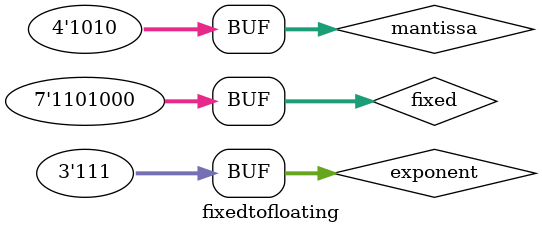
<source format=v>
module fixedtofloating;
reg [6:0] fixed;
reg [3:0] mantissa;
reg [2:0] exponent;
always @ (*) begin
if (fixed[5] != fixed[6]) begin
mantissa[3:0] = {fixed[6],fixed[5],fixed[4],fixed[3]};
exponent[2:0] = 3'b000;
end else if (fixed[4] != fixed[6]) begin
mantissa[3:0] = {fixed[5],fixed[4],fixed[3],fixed[2]};
exponent[2:0] = 3'b111;
end else if (fixed[3] != fixed[6]) begin
mantissa[3:0] = {fixed[4],fixed[3],fixed[2],fixed[1]};
exponent[2:0] = 3'b110;
end else if (fixed[2] != fixed[6]) begin
mantissa[3:0] = {fixed[3],fixed[2],fixed[1],fixed[0]};
exponent[2:0] = 3'b101;
end else begin
mantissa[3:0] = {fixed[2],fixed[1],fixed[0],1'b0};
exponent[2:0] = 3'b100;
end
end

initial 
begin
$monitor($time," Fixed Point Input = %b \t Mantissa = %b \t Exponent = %b \n",fixed[6:0],mantissa[3:0],exponent[2:0]);
#10;
fixed[6:0] = 1100100;
#50;
fixed[6:0] = 1010010;
#50;
fixed[6:0] = 0011100;
#50;
fixed[6:0] = 0100100;
#50;
fixed[6:0] = 0001010;
#50;
fixed[6:0] = 1011110;
#50;
fixed[6:0] = 0011000;
#50;
fixed[6:0] = 1110000;
#50;
fixed[6:0] = 1010100;
#50;
fixed[6:0] = 1111110;
#50;
fixed[6:0] = 0010000;
#50;
fixed[6:0] = 0000100;
#50;
fixed[6:0] = 0010010;
#50;
fixed[6:0] = 1111110;
#50;
fixed[6:0] = 0001000;
#50;
end
endmodule
</source>
